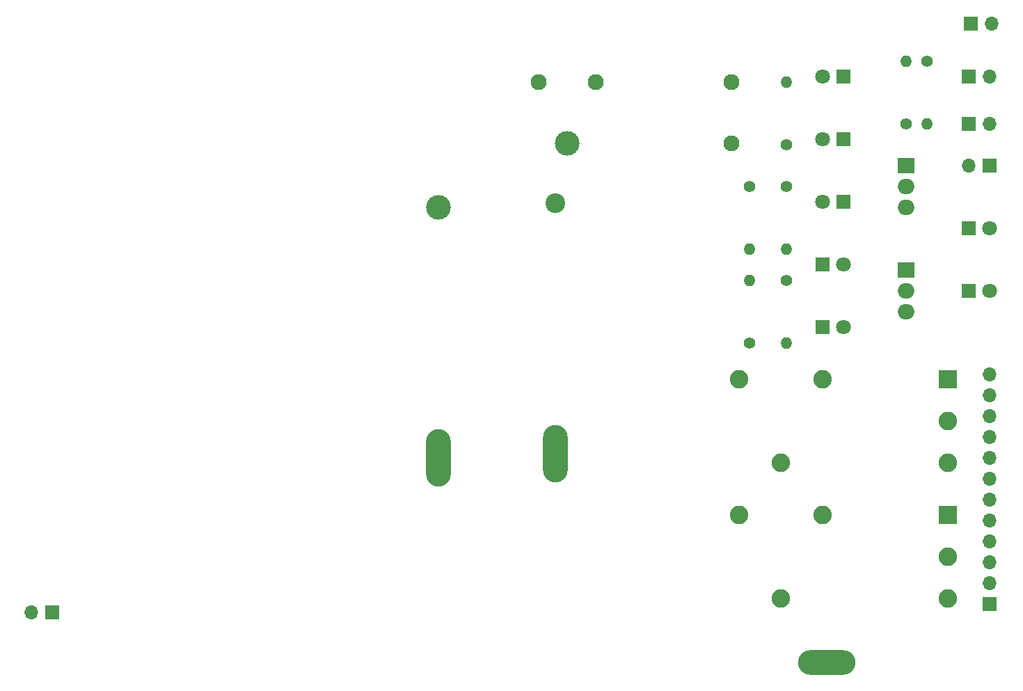
<source format=gbr>
%TF.GenerationSoftware,KiCad,Pcbnew,(6.0.5)*%
%TF.CreationDate,2023-02-13T18:16:20+09:00*%
%TF.ProjectId,charge shutdown PCB_v.2,63686172-6765-4207-9368-7574646f776e,rev?*%
%TF.SameCoordinates,Original*%
%TF.FileFunction,Soldermask,Top*%
%TF.FilePolarity,Negative*%
%FSLAX46Y46*%
G04 Gerber Fmt 4.6, Leading zero omitted, Abs format (unit mm)*
G04 Created by KiCad (PCBNEW (6.0.5)) date 2023-02-13 18:16:20*
%MOMM*%
%LPD*%
G01*
G04 APERTURE LIST*
%ADD10R,1.800000X1.800000*%
%ADD11C,1.800000*%
%ADD12C,3.000000*%
%ADD13O,3.000000X7.000000*%
%ADD14C,2.400000*%
%ADD15R,2.250000X2.250000*%
%ADD16C,2.250000*%
%ADD17R,1.700000X1.700000*%
%ADD18O,1.700000X1.700000*%
%ADD19C,1.950000*%
%ADD20C,1.400000*%
%ADD21O,1.400000X1.400000*%
%ADD22R,2.000000X1.905000*%
%ADD23O,2.000000X1.905000*%
%ADD24O,7.000000X3.000000*%
G04 APERTURE END LIST*
D10*
%TO.C,D1*%
X170180000Y-34925000D03*
D11*
X167640000Y-34925000D03*
%TD*%
D10*
%TO.C,D6*%
X167640000Y-57785000D03*
D11*
X170180000Y-57785000D03*
%TD*%
D12*
%TO.C,R9*%
X120904000Y-50800000D03*
D13*
X120904000Y-81280000D03*
%TD*%
D14*
%TO.C,R8*%
X135128000Y-50295500D03*
D13*
X135128000Y-80775500D03*
%TD*%
D15*
%TO.C,U1*%
X182880000Y-71755000D03*
D16*
X167640000Y-71755000D03*
X157480000Y-71755000D03*
X162560000Y-81915000D03*
X182880000Y-81915000D03*
X182880000Y-76835000D03*
%TD*%
D10*
%TO.C,D3*%
X185420000Y-53340000D03*
D11*
X187960000Y-53340000D03*
%TD*%
D17*
%TO.C,SMPS*%
X187960000Y-45720000D03*
D18*
X185420000Y-45720000D03*
%TD*%
D19*
%TO.C,RELAY_DISCHARGE1*%
X156555000Y-35560000D03*
X140055000Y-35560000D03*
X133055000Y-35560000D03*
D12*
X136555000Y-43060000D03*
D19*
X156555000Y-43060000D03*
%TD*%
D15*
%TO.C,U2*%
X182880000Y-88265000D03*
D16*
X167640000Y-88265000D03*
X157480000Y-88265000D03*
X162560000Y-98425000D03*
X182880000Y-98425000D03*
X182880000Y-93345000D03*
%TD*%
D20*
%TO.C,R5*%
X163195000Y-43180000D03*
D21*
X163195000Y-35560000D03*
%TD*%
D17*
%TO.C,RESET*%
X185420000Y-40640000D03*
D18*
X187960000Y-40640000D03*
%TD*%
D22*
%TO.C,Q1*%
X177800000Y-45720000D03*
D23*
X177800000Y-48260000D03*
X177800000Y-50800000D03*
%TD*%
D17*
%TO.C,J2*%
X187960000Y-99060000D03*
D18*
X187960000Y-96520000D03*
X187960000Y-93980000D03*
X187960000Y-91440000D03*
X187960000Y-88900000D03*
X187960000Y-86360000D03*
X187960000Y-83820000D03*
X187960000Y-81280000D03*
X187960000Y-78740000D03*
X187960000Y-76200000D03*
X187960000Y-73660000D03*
X187960000Y-71120000D03*
%TD*%
D10*
%TO.C,D4*%
X170180000Y-50165000D03*
D11*
X167640000Y-50165000D03*
%TD*%
D22*
%TO.C,Q2*%
X177800000Y-58420000D03*
D23*
X177800000Y-60960000D03*
X177800000Y-63500000D03*
%TD*%
D20*
%TO.C,R3*%
X180340000Y-33020000D03*
D21*
X180340000Y-40640000D03*
%TD*%
D17*
%TO.C,J5*%
X73914000Y-100076000D03*
D18*
X71374000Y-100076000D03*
%TD*%
D10*
%TO.C,D5*%
X185420000Y-60960000D03*
D11*
X187960000Y-60960000D03*
%TD*%
D20*
%TO.C,R6*%
X163195000Y-59690000D03*
D21*
X163195000Y-67310000D03*
%TD*%
D20*
%TO.C,R2*%
X163195000Y-48260000D03*
D21*
X163195000Y-55880000D03*
%TD*%
D24*
%TO.C,J7*%
X168148000Y-106172000D03*
%TD*%
D10*
%TO.C,D7*%
X167640000Y-65405000D03*
D11*
X170180000Y-65405000D03*
%TD*%
D17*
%TO.C,AC_RELAY*%
X185669000Y-28448000D03*
D18*
X188209000Y-28448000D03*
%TD*%
D10*
%TO.C,D2*%
X170180000Y-42545000D03*
D11*
X167640000Y-42545000D03*
%TD*%
D17*
%TO.C,PUSH*%
X185415000Y-34925000D03*
D18*
X187955000Y-34925000D03*
%TD*%
D20*
%TO.C,R1*%
X158750000Y-48260000D03*
D21*
X158750000Y-55880000D03*
%TD*%
D20*
%TO.C,R4*%
X158750000Y-67310000D03*
D21*
X158750000Y-59690000D03*
%TD*%
D20*
%TO.C,R7*%
X177800000Y-40640000D03*
D21*
X177800000Y-33020000D03*
%TD*%
M02*

</source>
